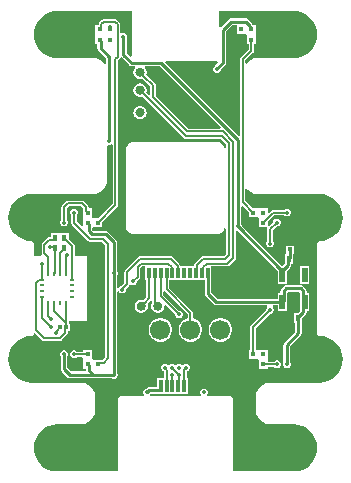
<source format=gbr>
G04*
G04 #@! TF.GenerationSoftware,Altium Limited,Altium Designer,24.1.2 (44)*
G04*
G04 Layer_Physical_Order=1*
G04 Layer_Color=255*
%FSLAX25Y25*%
%MOIN*%
G70*
G04*
G04 #@! TF.SameCoordinates,EC497B79-CED4-4E58-A43C-F9202C23BEB1*
G04*
G04*
G04 #@! TF.FilePolarity,Positive*
G04*
G01*
G75*
%ADD15R,0.02362X0.03937*%
%ADD16R,0.01181X0.03937*%
%ADD17R,0.01181X0.03543*%
%ADD18R,0.01929X0.04626*%
%ADD19R,0.01929X0.04555*%
%ADD20R,0.01575X0.02126*%
%ADD21R,0.00984X0.01772*%
%ADD22R,0.01772X0.00984*%
%ADD23R,0.02362X0.04724*%
%ADD24R,0.01772X0.01772*%
%ADD41R,0.01451X0.01276*%
%ADD42C,0.00591*%
%ADD43C,0.00984*%
%ADD44O,0.04724X0.09449*%
%ADD45O,0.04724X0.07874*%
%ADD46C,0.06693*%
%ADD47R,0.06693X0.06693*%
%ADD48C,0.11811*%
%ADD49C,0.01378*%
G36*
X11811Y157465D02*
X36599D01*
Y142387D01*
X36137Y142196D01*
X34962Y143371D01*
Y148140D01*
X35138Y148564D01*
Y149073D01*
X34943Y149544D01*
X34583Y149904D01*
X34113Y150098D01*
X33604D01*
X33293Y149970D01*
X32793Y150216D01*
Y153150D01*
X32724Y153495D01*
X32528Y153788D01*
X31756Y154561D01*
X31463Y154757D01*
X31117Y154825D01*
X27327D01*
X26981Y154757D01*
X26688Y154561D01*
X25838Y153711D01*
X25642Y153418D01*
X25574Y153072D01*
Y152756D01*
X24410D01*
Y149803D01*
X24410D01*
Y149410D01*
X24410D01*
Y146457D01*
X25176D01*
Y144980D01*
X25260Y144558D01*
X25499Y144200D01*
X28030Y141669D01*
Y139845D01*
X27530Y139676D01*
X26992Y140377D01*
X26005Y141135D01*
X24855Y141611D01*
X23622Y141773D01*
Y141748D01*
X11811D01*
X11800Y141745D01*
X10277Y141895D01*
X8802Y142343D01*
X7443Y143069D01*
X6252Y144047D01*
X5274Y145238D01*
X4548Y146598D01*
X4100Y148073D01*
X3949Y149606D01*
X4100Y151140D01*
X4548Y152615D01*
X5274Y153974D01*
X6252Y155166D01*
X7443Y156143D01*
X8802Y156870D01*
X10277Y157317D01*
X11800Y157467D01*
X11811Y157465D01*
D02*
G37*
G36*
X92085Y157317D02*
X93560Y156870D01*
X94919Y156143D01*
X96110Y155166D01*
X97088Y153974D01*
X97815Y152615D01*
X98262Y151140D01*
X98413Y149606D01*
X98262Y148073D01*
X97815Y146598D01*
X97088Y145238D01*
X96110Y144047D01*
X94919Y143069D01*
X93560Y142343D01*
X92085Y141895D01*
X90562Y141745D01*
X90551Y141748D01*
X78740D01*
Y141773D01*
X77507Y141611D01*
X76358Y141135D01*
X75371Y140377D01*
X75025Y139927D01*
X74525Y140097D01*
Y140964D01*
X77115Y143554D01*
X77311Y143847D01*
X77379Y144193D01*
X77379Y144193D01*
Y146457D01*
X77952D01*
Y149303D01*
X77953Y149410D01*
Y149803D01*
X77952Y149910D01*
Y152756D01*
X77135D01*
X77102Y152918D01*
X76863Y153276D01*
X75422Y154718D01*
X75064Y154957D01*
X74641Y155041D01*
X69685D01*
X69263Y154957D01*
X68905Y154718D01*
X66264Y152076D01*
X65810Y152224D01*
X65763Y152260D01*
Y157465D01*
X90551D01*
X90562Y157467D01*
X92085Y157317D01*
D02*
G37*
G36*
X71654Y152755D02*
Y149802D01*
X74500D01*
X74802Y149646D01*
X74842Y149606D01*
X75000Y149303D01*
Y146457D01*
X75573D01*
Y144567D01*
X72983Y141977D01*
X72788Y141684D01*
X72719Y141339D01*
Y116110D01*
X72257Y115918D01*
X47708Y140468D01*
X47899Y140929D01*
X64961D01*
X65459Y140566D01*
X65462Y140558D01*
X65490Y140386D01*
X64478Y139374D01*
X64236Y139274D01*
X63876Y138914D01*
X63681Y138444D01*
Y137935D01*
X63876Y137464D01*
X64236Y137104D01*
X64706Y136909D01*
X65215D01*
X65685Y137104D01*
X66045Y137464D01*
X66240Y137935D01*
Y138014D01*
X67710Y139483D01*
X67949Y139842D01*
X68033Y140264D01*
Y150724D01*
X70142Y152833D01*
X71186D01*
X71654Y152755D01*
D02*
G37*
G36*
X35834Y139377D02*
X36192Y139138D01*
X36614Y139054D01*
X37602D01*
X37785Y138554D01*
X37695Y138464D01*
X37670Y138403D01*
X37615Y138367D01*
X37443Y138109D01*
X37430Y138045D01*
X37384Y137998D01*
X37265Y137712D01*
Y137646D01*
X37229Y137592D01*
X37168Y137288D01*
X37181Y137223D01*
X37156Y137163D01*
X37156Y137008D01*
X37156Y137008D01*
X37156Y137008D01*
Y136853D01*
X37181Y136792D01*
X37168Y136728D01*
X37229Y136424D01*
X37265Y136369D01*
Y136304D01*
X37384Y136017D01*
X37430Y135971D01*
X37443Y135907D01*
X37615Y135649D01*
X37670Y135612D01*
X37695Y135552D01*
X37914Y135333D01*
X37975Y135308D01*
X38011Y135253D01*
X38269Y135081D01*
X38333Y135068D01*
X38379Y135022D01*
X38666Y134903D01*
X38732D01*
X38786Y134867D01*
X39090Y134806D01*
X39154Y134819D01*
X39215Y134794D01*
X39525D01*
X39586Y134819D01*
X39650Y134806D01*
X39954Y134867D01*
X40009Y134903D01*
X40074D01*
X40161Y134939D01*
X42798Y132303D01*
Y129605D01*
X42336Y129414D01*
X41439Y130311D01*
X41475Y130398D01*
Y130464D01*
X41511Y130518D01*
X41572Y130823D01*
X41559Y130887D01*
X41584Y130947D01*
Y131257D01*
X41559Y131318D01*
X41572Y131382D01*
X41511Y131686D01*
X41475Y131741D01*
Y131806D01*
X41356Y132093D01*
X41310Y132139D01*
X41297Y132203D01*
X41125Y132461D01*
X41070Y132498D01*
X41045Y132558D01*
X40826Y132778D01*
X40765Y132803D01*
X40729Y132857D01*
X40471Y133029D01*
X40407Y133042D01*
X40361Y133089D01*
X40074Y133207D01*
X40009D01*
X39954Y133244D01*
X39650Y133304D01*
X39586Y133291D01*
X39525Y133316D01*
X39370Y133316D01*
X39370Y133316D01*
X39370Y133316D01*
X39215D01*
X39154Y133291D01*
X39090Y133304D01*
X38786Y133244D01*
X38732Y133207D01*
X38666D01*
X38379Y133089D01*
X38333Y133042D01*
X38269Y133029D01*
X38011Y132857D01*
X37975Y132803D01*
X37914Y132778D01*
X37695Y132558D01*
X37670Y132498D01*
X37615Y132461D01*
X37443Y132203D01*
X37430Y132139D01*
X37384Y132093D01*
X37265Y131806D01*
Y131741D01*
X37229Y131686D01*
X37168Y131382D01*
X37181Y131318D01*
X37156Y131257D01*
X37156Y131102D01*
X37156Y131102D01*
X37156Y131102D01*
Y130947D01*
X37181Y130887D01*
X37168Y130823D01*
X37229Y130518D01*
X37265Y130464D01*
Y130398D01*
X37384Y130112D01*
X37430Y130066D01*
X37443Y130001D01*
X37615Y129743D01*
X37670Y129707D01*
X37695Y129647D01*
X37914Y129427D01*
X37975Y129402D01*
X38011Y129348D01*
X38269Y129175D01*
X38333Y129163D01*
X38379Y129116D01*
X38666Y128998D01*
X38732D01*
X38786Y128961D01*
X39090Y128901D01*
X39154Y128913D01*
X39215Y128888D01*
X39525D01*
X39586Y128913D01*
X39650Y128901D01*
X39954Y128961D01*
X40009Y128998D01*
X40074D01*
X40161Y129034D01*
X54086Y115109D01*
X54086Y115109D01*
X54379Y114914D01*
X54724Y114845D01*
X66161D01*
X67994Y113012D01*
Y111917D01*
X67520Y111857D01*
X67220Y112580D01*
X67130Y112670D01*
X67081Y112787D01*
X66528Y113341D01*
X66410Y113390D01*
X66320Y113480D01*
X65597Y113779D01*
X65470D01*
X65352Y113828D01*
X37010D01*
X36893Y113779D01*
X36765D01*
X36042Y113480D01*
X35952Y113390D01*
X35835Y113341D01*
X35281Y112787D01*
X35232Y112670D01*
X35142Y112580D01*
X34843Y111857D01*
Y111730D01*
X34794Y111612D01*
Y111221D01*
Y85630D01*
Y85238D01*
X34843Y85121D01*
Y84994D01*
X35142Y84270D01*
X35232Y84180D01*
X35281Y84063D01*
X35835Y83509D01*
X35952Y83460D01*
X36042Y83371D01*
X36765Y83071D01*
X36893D01*
X37010Y83022D01*
X65352D01*
X65470Y83071D01*
X65597D01*
X66320Y83371D01*
X66410Y83460D01*
X66528Y83509D01*
X67081Y84063D01*
X67130Y84180D01*
X67220Y84270D01*
X67520Y84994D01*
X67994Y84933D01*
Y76358D01*
X67342Y75706D01*
X60236D01*
X60236Y75706D01*
X59891Y75638D01*
X59598Y75442D01*
X57728Y73572D01*
X57532Y73279D01*
X57463Y72933D01*
Y72441D01*
X52773D01*
Y72540D01*
X52704Y72885D01*
X52508Y73178D01*
X52508Y73178D01*
X50245Y75442D01*
X49952Y75638D01*
X49606Y75706D01*
X39370D01*
X39024Y75638D01*
X38731Y75442D01*
X34401Y71111D01*
X34205Y70818D01*
X34136Y70472D01*
Y66729D01*
X33254Y65847D01*
X33210D01*
X32740Y65652D01*
X32380Y65292D01*
X32313Y65129D01*
X31813Y65229D01*
Y69400D01*
X31988Y69824D01*
Y70333D01*
X31813Y70757D01*
Y80315D01*
X31729Y80737D01*
X31489Y81095D01*
X28733Y83851D01*
X28375Y84091D01*
X27953Y84175D01*
X23848D01*
X23447Y84576D01*
Y85125D01*
X23819Y85434D01*
X23947Y85434D01*
X26771D01*
Y87110D01*
X31741Y92079D01*
X31937Y92372D01*
X32006Y92718D01*
X32006Y92718D01*
Y140964D01*
X32528Y141487D01*
X32724Y141780D01*
X33266Y141944D01*
X35834Y139377D01*
D02*
G37*
G36*
X66365Y118688D02*
X66174Y118226D01*
X55492D01*
X44604Y129114D01*
Y132677D01*
X44535Y133023D01*
X44339Y133316D01*
X41439Y136216D01*
X41475Y136304D01*
Y136369D01*
X41511Y136424D01*
X41572Y136728D01*
X41559Y136792D01*
X41584Y136853D01*
Y137163D01*
X41559Y137223D01*
X41572Y137288D01*
X41511Y137592D01*
X41475Y137646D01*
Y137712D01*
X41356Y137998D01*
X41310Y138045D01*
X41297Y138109D01*
X41125Y138367D01*
X41070Y138403D01*
X41045Y138464D01*
X40955Y138554D01*
X41138Y139054D01*
X46000D01*
X66365Y118688D01*
D02*
G37*
G36*
X30199Y112776D02*
Y93092D01*
X25494Y88387D01*
X23925D01*
X23819Y88387D01*
X23779Y88387D01*
X23583Y88583D01*
X23426Y88886D01*
Y91732D01*
X22620D01*
X22262Y92027D01*
X22193Y92373D01*
X21997Y92666D01*
X21997Y92666D01*
X20717Y93946D01*
X20424Y94142D01*
X20079Y94210D01*
X15354D01*
X15009Y94142D01*
X14716Y93946D01*
X13436Y92666D01*
X13241Y92373D01*
X13172Y92028D01*
Y87817D01*
X12990Y87635D01*
X12796Y87165D01*
Y86656D01*
X12990Y86186D01*
X13350Y85826D01*
X13821Y85631D01*
X14330D01*
X14800Y85826D01*
X15160Y86186D01*
X15355Y86656D01*
Y87165D01*
X15160Y87635D01*
X14978Y87817D01*
Y91654D01*
X15728Y92404D01*
X19705D01*
X20455Y91653D01*
Y90846D01*
X20473Y90759D01*
Y88886D01*
X20473Y88779D01*
Y88386D01*
X20473Y88279D01*
Y85842D01*
X19973Y85635D01*
X18325Y87283D01*
Y89350D01*
X18506Y89531D01*
X18701Y90001D01*
Y90510D01*
X18506Y90980D01*
X18146Y91340D01*
X17675Y91535D01*
X17166D01*
X16696Y91340D01*
X16336Y90980D01*
X16141Y90510D01*
Y90001D01*
X16336Y89531D01*
X16518Y89349D01*
Y86909D01*
X16587Y86564D01*
X16783Y86271D01*
X22196Y80857D01*
X22489Y80662D01*
X22835Y80593D01*
X26791D01*
X27837Y79547D01*
Y42106D01*
X26891Y41160D01*
X25886D01*
X25798Y41143D01*
X23925D01*
X23623Y41299D01*
X23583Y41339D01*
X23426Y41642D01*
Y44488D01*
X20473D01*
Y43914D01*
X18327D01*
X18146Y44095D01*
X17675Y44290D01*
X17166D01*
X16696Y44095D01*
X16336Y43735D01*
X16141Y43265D01*
Y42756D01*
X16336Y42286D01*
X16696Y41926D01*
X17166Y41731D01*
X17675D01*
X18146Y41926D01*
X18327Y42107D01*
X20119D01*
X20443Y41783D01*
X20473Y41607D01*
X20473Y41142D01*
X20473Y41035D01*
Y38189D01*
X21239D01*
Y37662D01*
X20962Y37324D01*
X16367D01*
X15179Y38513D01*
Y42333D01*
X15355Y42757D01*
Y43266D01*
X15160Y43736D01*
X14800Y44096D01*
X14330Y44291D01*
X13821D01*
X13350Y44096D01*
X12990Y43736D01*
X12796Y43266D01*
Y42757D01*
X12971Y42333D01*
Y38056D01*
X13055Y37633D01*
X13295Y37275D01*
X15130Y35440D01*
X15488Y35201D01*
X15910Y35117D01*
X30030D01*
X30454Y34941D01*
X30963D01*
X31433Y35136D01*
X31793Y35496D01*
X31988Y35966D01*
Y36475D01*
X31813Y36899D01*
Y63905D01*
X32313Y64005D01*
X32380Y63842D01*
X32740Y63482D01*
X33210Y63287D01*
X33719D01*
X34189Y63482D01*
X34549Y63842D01*
X34744Y64312D01*
Y64782D01*
X35678Y65716D01*
X35846Y65968D01*
X35932Y66028D01*
X36418Y66182D01*
X36753Y66043D01*
X37262D01*
X37733Y66238D01*
X38093Y66598D01*
X38287Y67068D01*
Y67325D01*
X39221Y68259D01*
X39417Y68552D01*
X39486Y68898D01*
X39486Y68898D01*
Y71673D01*
X40138Y72325D01*
X41142D01*
Y67716D01*
X41420D01*
Y61989D01*
X40555Y61124D01*
X40468Y61160D01*
X40402D01*
X40348Y61196D01*
X40044Y61257D01*
X39979Y61244D01*
X39919Y61269D01*
X39764Y61269D01*
X39764Y61269D01*
X39764Y61269D01*
X39609D01*
X39548Y61244D01*
X39484Y61257D01*
X39180Y61196D01*
X39125Y61160D01*
X39060D01*
X38773Y61041D01*
X38727Y60995D01*
X38663Y60982D01*
X38405Y60810D01*
X38368Y60755D01*
X38308Y60730D01*
X38089Y60511D01*
X38063Y60451D01*
X38009Y60414D01*
X37837Y60156D01*
X37824Y60092D01*
X37778Y60046D01*
X37659Y59759D01*
Y59694D01*
X37623Y59639D01*
X37562Y59335D01*
X37575Y59271D01*
X37550Y59210D01*
X37550Y59055D01*
X37550Y59055D01*
X37550Y59055D01*
Y58900D01*
X37575Y58839D01*
X37562Y58775D01*
X37623Y58471D01*
X37659Y58417D01*
Y58351D01*
X37778Y58065D01*
X37824Y58018D01*
X37837Y57954D01*
X38009Y57696D01*
X38063Y57660D01*
X38089Y57599D01*
X38308Y57380D01*
X38368Y57355D01*
X38405Y57300D01*
X38663Y57128D01*
X38727Y57115D01*
X38773Y57069D01*
X39060Y56950D01*
X39125D01*
X39180Y56914D01*
X39484Y56853D01*
X39548Y56866D01*
X39609Y56841D01*
X39919D01*
X39979Y56866D01*
X40044Y56853D01*
X40348Y56914D01*
X40402Y56950D01*
X40468D01*
X40754Y57069D01*
X40801Y57115D01*
X40865Y57128D01*
X41123Y57300D01*
X41159Y57355D01*
X41220Y57380D01*
X41439Y57599D01*
X41464Y57660D01*
X41519Y57696D01*
X41691Y57954D01*
X41704Y58018D01*
X41750Y58065D01*
X41869Y58351D01*
Y58417D01*
X41905Y58471D01*
X41965Y58775D01*
X41953Y58839D01*
X41978Y58900D01*
Y59210D01*
X41953Y59271D01*
X41965Y59335D01*
X41905Y59639D01*
X41869Y59694D01*
Y59759D01*
X41832Y59847D01*
X42888Y60902D01*
X43181Y60841D01*
X43388Y60714D01*
Y60215D01*
X43349Y60156D01*
X43336Y60092D01*
X43290Y60046D01*
X43171Y59759D01*
Y59694D01*
X43134Y59639D01*
X43074Y59335D01*
X43087Y59271D01*
X43062Y59210D01*
X43062Y59055D01*
X43062Y59055D01*
X43062Y59055D01*
Y58900D01*
X43087Y58839D01*
X43074Y58775D01*
X43134Y58471D01*
X43171Y58417D01*
Y58351D01*
X43290Y58065D01*
X43336Y58018D01*
X43349Y57954D01*
X43521Y57696D01*
X43575Y57660D01*
X43600Y57599D01*
X43820Y57380D01*
X43880Y57355D01*
X43917Y57300D01*
X44175Y57128D01*
X44239Y57115D01*
X44285Y57069D01*
X44572Y56950D01*
X44637D01*
X44692Y56914D01*
X44996Y56853D01*
X45060Y56866D01*
X45120Y56841D01*
X45431D01*
X45491Y56866D01*
X45555Y56853D01*
X45860Y56914D01*
X45914Y56950D01*
X45980D01*
X46266Y57069D01*
X46312Y57115D01*
X46377Y57128D01*
X46635Y57300D01*
X46671Y57355D01*
X46731Y57380D01*
X46951Y57599D01*
X46976Y57660D01*
X47030Y57696D01*
X47203Y57954D01*
X47215Y58018D01*
X47262Y58065D01*
X47380Y58351D01*
Y58417D01*
X47417Y58471D01*
X47477Y58775D01*
X47465Y58839D01*
X47490Y58900D01*
Y59187D01*
X47553Y59246D01*
X47821Y59394D01*
X47965Y59419D01*
X51083Y56301D01*
Y56045D01*
X51278Y55574D01*
X51637Y55215D01*
X52108Y55020D01*
X52617D01*
X53087Y55215D01*
X53447Y55574D01*
X53642Y56045D01*
Y56554D01*
X53447Y57024D01*
X53087Y57384D01*
X52617Y57579D01*
X52360D01*
X47163Y62775D01*
Y63863D01*
X47370Y63990D01*
X47663Y64052D01*
X55278Y56437D01*
Y55015D01*
X54662Y54850D01*
X53764Y54331D01*
X53031Y53598D01*
X52512Y52701D01*
X52244Y51699D01*
Y50663D01*
X52512Y49661D01*
X53031Y48764D01*
X53764Y48031D01*
X54662Y47512D01*
X55663Y47244D01*
X56699D01*
X57701Y47512D01*
X58599Y48031D01*
X59332Y48764D01*
X59850Y49661D01*
X60118Y50663D01*
Y51699D01*
X59850Y52701D01*
X59332Y53598D01*
X58599Y54331D01*
X57701Y54850D01*
X57084Y55015D01*
Y56811D01*
X57016Y57157D01*
X56820Y57450D01*
X49131Y65138D01*
Y67716D01*
X60904D01*
Y63189D01*
X60988Y62766D01*
X61228Y62408D01*
X63998Y59638D01*
X64356Y59399D01*
X64778Y59315D01*
X81605D01*
X81808Y58815D01*
X81592Y58599D01*
X81398Y58128D01*
Y57872D01*
X76429Y52903D01*
X76233Y52610D01*
X76164Y52264D01*
Y44487D01*
X75591D01*
Y41534D01*
X78437D01*
X78544Y41534D01*
X78583Y41534D01*
X78779Y41338D01*
X78937Y41035D01*
Y38189D01*
X81890D01*
Y38763D01*
X84035D01*
X84216Y38582D01*
X84687Y38387D01*
X85196D01*
X85666Y38582D01*
X86026Y38942D01*
X86221Y39412D01*
Y39921D01*
X86026Y40391D01*
X85666Y40751D01*
X85196Y40946D01*
X84687D01*
X84216Y40751D01*
X84035Y40570D01*
X82243D01*
X81919Y40894D01*
X81890Y41070D01*
X81890Y41535D01*
X81890Y41642D01*
Y44488D01*
X79043D01*
X78937Y44488D01*
X78470Y44487D01*
X78297Y44513D01*
X77970Y44840D01*
Y51890D01*
X82675Y56595D01*
X82932D01*
X83402Y56789D01*
X83762Y57149D01*
X83957Y57620D01*
Y58128D01*
X83762Y58599D01*
X83546Y58815D01*
X83750Y59315D01*
X85256D01*
Y57551D01*
X88366D01*
Y60785D01*
X88388Y60891D01*
Y63598D01*
X88646Y63857D01*
X92456D01*
X92715Y63598D01*
Y60891D01*
X92736Y60785D01*
Y60053D01*
X92715Y59946D01*
Y57544D01*
X91943Y56772D01*
X90748D01*
Y53465D01*
X91022D01*
Y50457D01*
X87507Y46942D01*
X87267Y46584D01*
X87183Y46161D01*
Y40344D01*
X87008Y39920D01*
Y39411D01*
X87202Y38941D01*
X87562Y38581D01*
X88033Y38386D01*
X88542D01*
X89012Y38581D01*
X89372Y38941D01*
X89567Y39411D01*
Y39920D01*
X89391Y40344D01*
Y45704D01*
X92906Y49219D01*
X93146Y49578D01*
X93230Y50000D01*
Y53465D01*
X93504D01*
Y55211D01*
X94599Y56306D01*
X94839Y56664D01*
X94923Y57086D01*
Y57551D01*
X95846D01*
Y63287D01*
X94923D01*
Y64055D01*
X94839Y64478D01*
X94599Y64836D01*
X93694Y65741D01*
X93336Y65980D01*
X92913Y66065D01*
X88189D01*
X87766Y65980D01*
X87408Y65741D01*
X86503Y64836D01*
X86264Y64478D01*
X86180Y64055D01*
Y63287D01*
X85256D01*
Y61523D01*
X65236D01*
X63112Y63646D01*
Y67716D01*
X63189D01*
Y72325D01*
X68504D01*
X68850Y72394D01*
X69143Y72590D01*
X71111Y74558D01*
X71307Y74851D01*
X71376Y75197D01*
Y84018D01*
X71876Y84225D01*
X85256Y70845D01*
Y66599D01*
X88366D01*
Y70845D01*
X89462Y71940D01*
X89701Y72299D01*
X89785Y72721D01*
Y73150D01*
X90354D01*
Y76457D01*
X90743Y76724D01*
X90787D01*
Y79181D01*
X88155D01*
Y77914D01*
X88134Y77807D01*
Y76457D01*
X87598D01*
Y74615D01*
X87577Y74508D01*
Y73178D01*
X86811Y72412D01*
X73327Y85897D01*
Y86081D01*
X73151Y86505D01*
Y92240D01*
X73613Y92431D01*
X75591Y90454D01*
Y88778D01*
X78437D01*
X78544Y88778D01*
X78583Y88778D01*
X78779Y88583D01*
X78937Y88279D01*
Y85433D01*
X81537D01*
X81798Y85055D01*
X81831Y84933D01*
X81774Y84646D01*
Y80828D01*
X81592Y80646D01*
X81398Y80176D01*
Y79667D01*
X81592Y79197D01*
X81952Y78837D01*
X82423Y78642D01*
X82932D01*
X83402Y78837D01*
X83762Y79197D01*
X83957Y79667D01*
Y80176D01*
X83762Y80646D01*
X83580Y80828D01*
Y84272D01*
X84939Y85630D01*
X85196D01*
X85666Y85825D01*
X86026Y86185D01*
X86221Y86655D01*
Y87164D01*
X86026Y87634D01*
X85666Y87994D01*
X85196Y88189D01*
X84687D01*
X84216Y87994D01*
X83856Y87634D01*
X83662Y87164D01*
Y86907D01*
X82390Y85635D01*
X81890Y85842D01*
Y87109D01*
X84132Y89351D01*
X87381D01*
X87562Y89170D01*
X88033Y88975D01*
X88542D01*
X89012Y89170D01*
X89372Y89530D01*
X89567Y90000D01*
Y90509D01*
X89372Y90979D01*
X89012Y91339D01*
X88542Y91534D01*
X88033D01*
X87562Y91339D01*
X87381Y91158D01*
X83758D01*
X83412Y91089D01*
X83119Y90893D01*
X83119Y90893D01*
X82351Y90125D01*
X81890Y90317D01*
Y91732D01*
X79043D01*
X78937Y91732D01*
X78438Y91731D01*
X76868D01*
X74525Y94074D01*
Y98088D01*
X75025Y98257D01*
X75371Y97807D01*
X76358Y97050D01*
X77507Y96574D01*
X78740Y96412D01*
Y96437D01*
X99182D01*
X99194Y96425D01*
Y96425D01*
X99194Y96425D01*
X100549Y96291D01*
X102024Y95844D01*
X103384Y95117D01*
X104575Y94140D01*
X105553Y92948D01*
X106279Y91589D01*
X106727Y90114D01*
X106878Y88580D01*
X106727Y87047D01*
X106279Y85572D01*
X105553Y84213D01*
X104575Y83021D01*
X103384Y82043D01*
X102024Y81317D01*
X100549Y80870D01*
X99194Y80736D01*
X99194Y80721D01*
X98905Y80663D01*
X98645Y80489D01*
X98471Y80229D01*
X98410Y79921D01*
Y50000D01*
X98410Y49999D01*
X98410Y49998D01*
X98471Y49690D01*
X98645Y49430D01*
X98905Y49256D01*
X99194Y49199D01*
X99194Y49183D01*
X100549Y49049D01*
X102024Y48602D01*
X103384Y47875D01*
X104575Y46898D01*
X105553Y45706D01*
X106279Y44347D01*
X106727Y42872D01*
X106878Y41339D01*
X106727Y39805D01*
X106279Y38330D01*
X105553Y36971D01*
X104575Y35779D01*
X103384Y34802D01*
X102024Y34075D01*
X100549Y33628D01*
X99194Y33494D01*
X99194Y33494D01*
Y33494D01*
X99182Y33482D01*
X82677D01*
Y33508D01*
X81444Y33345D01*
X80295Y32869D01*
X79308Y32112D01*
X78550Y31125D01*
X78074Y29976D01*
X77912Y28742D01*
X77937D01*
Y24409D01*
X77912D01*
X78074Y23176D01*
X78550Y22027D01*
X79308Y21040D01*
X80295Y20283D01*
X81444Y19807D01*
X82677Y19644D01*
Y19670D01*
X90551D01*
X90562Y19672D01*
X92085Y19522D01*
X93560Y19074D01*
X94919Y18348D01*
X96110Y17370D01*
X97088Y16179D01*
X97815Y14820D01*
X98262Y13345D01*
X98413Y11811D01*
X98262Y10277D01*
X97815Y8802D01*
X97088Y7443D01*
X96110Y6252D01*
X94919Y5274D01*
X93560Y4548D01*
X92085Y4100D01*
X90562Y3950D01*
X90551Y3952D01*
X70320D01*
Y28366D01*
X70133Y28818D01*
X69681Y29005D01*
X61896D01*
X61689Y29505D01*
X61754Y29570D01*
X61949Y30041D01*
Y30550D01*
X61754Y31020D01*
X61394Y31380D01*
X60924Y31575D01*
X60415D01*
X59945Y31380D01*
X59585Y31020D01*
X59390Y30550D01*
Y30041D01*
X59585Y29570D01*
X59650Y29505D01*
X59443Y29005D01*
X42919D01*
X42713Y29504D01*
X42716Y29509D01*
X42777Y29570D01*
X42814Y29660D01*
X42971Y29900D01*
X46162D01*
X46268Y29921D01*
X55315D01*
Y35039D01*
X55037D01*
Y37327D01*
X55449Y37498D01*
X55809Y37858D01*
X56004Y38328D01*
Y38837D01*
X55809Y39307D01*
X55449Y39667D01*
X54979Y39862D01*
X54470D01*
X54000Y39667D01*
X53870Y39538D01*
X53543Y39360D01*
X53217Y39538D01*
X53087Y39667D01*
X52617Y39862D01*
X52108D01*
X51637Y39667D01*
X51508Y39538D01*
X51181Y39360D01*
X50854Y39538D01*
X50725Y39667D01*
X50254Y39862D01*
X49746D01*
X49275Y39667D01*
X49145Y39538D01*
X48819Y39360D01*
X48492Y39538D01*
X48363Y39667D01*
X47892Y39862D01*
X47383D01*
X46913Y39667D01*
X46553Y39307D01*
X46358Y38837D01*
Y38328D01*
X46553Y37858D01*
X46913Y37498D01*
X47325Y37327D01*
Y35039D01*
X45079D01*
Y32108D01*
X42508D01*
X42085Y32024D01*
X41727Y31784D01*
X41517Y31575D01*
X41438D01*
X40968Y31380D01*
X40608Y31020D01*
X40413Y30550D01*
Y30041D01*
X40608Y29570D01*
X40673Y29505D01*
X40466Y29005D01*
X32681D01*
X32229Y28818D01*
X32042Y28366D01*
Y3952D01*
X11811D01*
X11800Y3950D01*
X10277Y4100D01*
X8802Y4548D01*
X7443Y5274D01*
X6252Y6252D01*
X5274Y7443D01*
X4548Y8802D01*
X4100Y10277D01*
X3949Y11811D01*
X4100Y13345D01*
X4548Y14820D01*
X5274Y16179D01*
X6252Y17370D01*
X7443Y18348D01*
X8802Y19074D01*
X10277Y19522D01*
X11793Y19671D01*
X11811Y19667D01*
X19685D01*
Y19642D01*
X20918Y19804D01*
X22068Y20280D01*
X23054Y21038D01*
X23812Y22025D01*
X24288Y23174D01*
X24450Y24407D01*
X24425D01*
Y28740D01*
X24450D01*
X24288Y29974D01*
X23812Y31123D01*
X23054Y32110D01*
X22068Y32867D01*
X20918Y33343D01*
X19685Y33505D01*
Y33480D01*
X3668D01*
X3168Y33499D01*
Y33499D01*
X3168Y33499D01*
X1813Y33632D01*
X338Y34080D01*
X-1021Y34806D01*
X-2213Y35784D01*
X-3190Y36975D01*
X-3917Y38334D01*
X-4364Y39809D01*
X-4515Y41343D01*
X-4364Y42877D01*
X-3917Y44352D01*
X-3190Y45711D01*
X-2213Y46902D01*
X-1021Y47880D01*
X338Y48607D01*
X1813Y49054D01*
X3168Y49187D01*
X3168Y49201D01*
X3457Y49258D01*
X3717Y49432D01*
X3891Y49693D01*
X3947Y49974D01*
X4025Y50026D01*
X4453Y50176D01*
X6842Y47787D01*
X7135Y47591D01*
X7480Y47522D01*
X12598D01*
X12944Y47591D01*
X13237Y47787D01*
X15068Y49618D01*
X15264Y49911D01*
X15333Y50256D01*
Y50740D01*
X16175D01*
Y53197D01*
X15715D01*
Y54134D01*
X21654D01*
Y75787D01*
X17687D01*
Y79004D01*
X17687Y79004D01*
X17618Y79349D01*
X17422Y79642D01*
X15551Y81514D01*
Y83543D01*
X12795D01*
Y83543D01*
X12402D01*
Y83543D01*
X9646D01*
Y82025D01*
X9075D01*
X9075Y82025D01*
X8729Y81956D01*
X8436Y81761D01*
X8436Y81761D01*
X6842Y80166D01*
X6646Y79873D01*
X6577Y79528D01*
Y76772D01*
X6646Y76426D01*
X6739Y76287D01*
X6527Y75787D01*
X3952D01*
Y79921D01*
X3952Y79923D01*
X3952Y79926D01*
X3891Y80233D01*
X3717Y80493D01*
X3457Y80667D01*
X3168Y80725D01*
X3168Y80741D01*
X1813Y80874D01*
X338Y81322D01*
X-1021Y82048D01*
X-2213Y83026D01*
X-3190Y84217D01*
X-3917Y85576D01*
X-4364Y87051D01*
X-4515Y88585D01*
X-4364Y90119D01*
X-3917Y91593D01*
X-3190Y92953D01*
X-2213Y94144D01*
X-1021Y95122D01*
X338Y95848D01*
X1813Y96296D01*
X3168Y96429D01*
X3168Y96429D01*
Y96429D01*
X3176Y96437D01*
X23622D01*
Y96412D01*
X24855Y96574D01*
X26005Y97050D01*
X26992Y97807D01*
X27749Y98794D01*
X28225Y99943D01*
X28387Y101177D01*
X28362D01*
Y112567D01*
X28862Y112901D01*
X28879Y112894D01*
X29388D01*
X29699Y113022D01*
X30199Y112776D01*
D02*
G37*
%LPC*%
G36*
X39370Y125836D02*
X39370Y125836D01*
X39370Y125836D01*
X39215D01*
X39154Y125811D01*
X39090Y125824D01*
X38786Y125763D01*
X38732Y125727D01*
X38666D01*
X38379Y125608D01*
X38333Y125562D01*
X38269Y125549D01*
X38011Y125377D01*
X37975Y125322D01*
X37914Y125297D01*
X37695Y125078D01*
X37670Y125017D01*
X37615Y124981D01*
X37443Y124723D01*
X37430Y124659D01*
X37384Y124613D01*
X37265Y124326D01*
Y124260D01*
X37229Y124206D01*
X37168Y123902D01*
X37181Y123838D01*
X37156Y123777D01*
X37156Y123622D01*
X37156Y123622D01*
X37156Y123622D01*
Y123467D01*
X37181Y123407D01*
X37168Y123342D01*
X37229Y123038D01*
X37265Y122984D01*
Y122918D01*
X37384Y122632D01*
X37430Y122585D01*
X37443Y122521D01*
X37615Y122263D01*
X37670Y122227D01*
X37695Y122166D01*
X37914Y121947D01*
X37975Y121922D01*
X38011Y121867D01*
X38269Y121695D01*
X38333Y121682D01*
X38379Y121636D01*
X38666Y121517D01*
X38732D01*
X38786Y121481D01*
X39090Y121420D01*
X39154Y121433D01*
X39215Y121408D01*
X39525D01*
X39586Y121433D01*
X39650Y121420D01*
X39954Y121481D01*
X40009Y121517D01*
X40074D01*
X40361Y121636D01*
X40407Y121682D01*
X40471Y121695D01*
X40729Y121867D01*
X40765Y121922D01*
X40826Y121947D01*
X41045Y122166D01*
X41070Y122227D01*
X41125Y122263D01*
X41297Y122521D01*
X41310Y122585D01*
X41356Y122632D01*
X41475Y122918D01*
Y122984D01*
X41511Y123038D01*
X41572Y123342D01*
X41559Y123407D01*
X41584Y123467D01*
Y123777D01*
X41559Y123838D01*
X41572Y123902D01*
X41511Y124206D01*
X41475Y124260D01*
Y124326D01*
X41356Y124613D01*
X41310Y124659D01*
X41297Y124723D01*
X41125Y124981D01*
X41070Y125017D01*
X41045Y125078D01*
X40826Y125297D01*
X40765Y125322D01*
X40729Y125377D01*
X40471Y125549D01*
X40407Y125562D01*
X40361Y125608D01*
X40074Y125727D01*
X40009D01*
X39954Y125763D01*
X39650Y125824D01*
X39586Y125811D01*
X39525Y125836D01*
X39370Y125836D01*
D02*
G37*
G36*
X95846Y72406D02*
X92736D01*
Y66599D01*
X95846D01*
Y72406D01*
D02*
G37*
G36*
X66699Y55118D02*
X65663D01*
X64662Y54850D01*
X63764Y54331D01*
X63031Y53598D01*
X62512Y52701D01*
X62244Y51699D01*
Y50663D01*
X62512Y49661D01*
X63031Y48764D01*
X63764Y48031D01*
X64662Y47512D01*
X65663Y47244D01*
X66699D01*
X67701Y47512D01*
X68599Y48031D01*
X69332Y48764D01*
X69850Y49661D01*
X70118Y50663D01*
Y51699D01*
X69850Y52701D01*
X69332Y53598D01*
X68599Y54331D01*
X67701Y54850D01*
X66699Y55118D01*
D02*
G37*
G36*
X46699D02*
X45663D01*
X44662Y54850D01*
X43764Y54331D01*
X43031Y53598D01*
X42512Y52701D01*
X42244Y51699D01*
Y50663D01*
X42512Y49661D01*
X43031Y48764D01*
X43764Y48031D01*
X44662Y47512D01*
X45663Y47244D01*
X46699D01*
X47701Y47512D01*
X48599Y48031D01*
X49332Y48764D01*
X49850Y49661D01*
X50118Y50663D01*
Y51699D01*
X49850Y52701D01*
X49332Y53598D01*
X48599Y54331D01*
X47701Y54850D01*
X46699Y55118D01*
D02*
G37*
%LPD*%
G36*
G01X39370Y116535D02*
G02X37795Y118110I0J1575D01*
G02X39370Y119685I1575J0D01*
G02X40945Y118110I0J-1575D01*
G02X39370Y116535I-1575J0D01*
D02*
G37*
G36*
G01Y135433D02*
G02X37795Y137008I0J1575D01*
G02X39370Y138583I1575J0D01*
G02X40945Y137008I0J-1575D01*
G02X39370Y135433I-1575J0D01*
D02*
G37*
G36*
G01Y129528D02*
G02X37795Y131102I0J1575D01*
G02X39370Y132677I1575J0D01*
G02X40945Y131102I0J-1575D01*
G02X39370Y129528I-1575J0D01*
D02*
G37*
G36*
G01Y122047D02*
G02X37795Y123622I0J1575D01*
G02X39370Y125197I1575J0D01*
G02X40945Y123622I0J-1575D01*
G02X39370Y122047I-1575J0D01*
D02*
G37*
G36*
G01X34252Y57480D02*
G02X32677Y59055I0J1575D01*
G02X34252Y60630I1575J0D01*
G02X35827Y59055I0J-1575D01*
G02X34252Y57480I-1575J0D01*
D02*
G37*
G36*
G01X39764D02*
G02X38189Y59055I0J1575D01*
G02X39764Y60630I1575J0D01*
G02X41339Y59055I0J-1575D01*
G02X39764Y57480I-1575J0D01*
D02*
G37*
G36*
G01X45276D02*
G02X43701Y59055I0J1575D01*
G02X45276Y60630I1575J0D01*
G02X46850Y59055I0J-1575D01*
G02X45276Y57480I-1575J0D01*
D02*
G37*
D15*
X42323Y42323D02*
D03*
X60039D02*
D03*
D16*
X56102Y32480D02*
D03*
X54134D02*
D03*
X52165D02*
D03*
X50197D02*
D03*
X48228D02*
D03*
X46260D02*
D03*
D17*
X60039Y70079D02*
D03*
X58071D02*
D03*
X56102D02*
D03*
X54134D02*
D03*
X52165D02*
D03*
X50197D02*
D03*
X48228D02*
D03*
X46260D02*
D03*
X44291D02*
D03*
X42323D02*
D03*
X62008D02*
D03*
X40354D02*
D03*
D18*
X86811Y69503D02*
D03*
X94291D02*
D03*
D19*
Y60419D02*
D03*
X90551D02*
D03*
X86811D02*
D03*
D20*
X92126Y55118D02*
D03*
X88976D02*
D03*
Y74803D02*
D03*
X92126D02*
D03*
X11024Y78347D02*
D03*
X14173D02*
D03*
Y81890D02*
D03*
X11024D02*
D03*
D21*
X8858Y59988D02*
D03*
X10827D02*
D03*
X12796D02*
D03*
X14764D02*
D03*
X14763Y69933D02*
D03*
X12795D02*
D03*
X10826D02*
D03*
X8857D02*
D03*
D22*
X16783Y62008D02*
D03*
Y63977D02*
D03*
Y65945D02*
D03*
Y67914D02*
D03*
X6838Y67913D02*
D03*
Y65944D02*
D03*
Y63976D02*
D03*
Y62007D02*
D03*
D23*
X36417Y79528D02*
D03*
X65945Y79527D02*
D03*
D24*
X29232Y151279D02*
D03*
X25886D02*
D03*
X29232Y147934D02*
D03*
X25886Y147933D02*
D03*
X25295Y90256D02*
D03*
X21949D02*
D03*
X25295Y86911D02*
D03*
X21949Y86910D02*
D03*
X25295Y43012D02*
D03*
X21949D02*
D03*
X25295Y39667D02*
D03*
X21949Y39666D02*
D03*
X73130Y147933D02*
D03*
X76476D02*
D03*
X73130Y151278D02*
D03*
X76476Y151279D02*
D03*
X77067Y86910D02*
D03*
X80413D02*
D03*
X77067Y90255D02*
D03*
X80413Y90256D02*
D03*
X77067Y39666D02*
D03*
X80413D02*
D03*
X77067Y43011D02*
D03*
X80413Y43012D02*
D03*
D41*
X89471Y77953D02*
D03*
X91631D02*
D03*
X14860Y51968D02*
D03*
X12699D02*
D03*
D42*
X8661Y70129D02*
Y75590D01*
Y70129D02*
X8857Y69933D01*
X7480Y76772D02*
Y79528D01*
Y76772D02*
X8661Y75590D01*
X9075Y81122D02*
X10531D01*
X7480Y79528D02*
X9075Y81122D01*
X11024Y81614D02*
Y81890D01*
X10531Y81122D02*
X11024Y81614D01*
X9449Y78740D02*
X10630D01*
X11024Y78347D01*
X14763Y69933D02*
Y75787D01*
X14961Y75984D01*
X10925Y70032D02*
Y78248D01*
X11024Y78347D01*
X10826Y69933D02*
X10925Y70032D01*
X11568Y50151D02*
Y50924D01*
X11417Y50000D02*
X11568Y50151D01*
X12612Y51968D02*
X12699D01*
X11568Y50924D02*
X12612Y51968D01*
X12598Y48425D02*
X14430Y50256D01*
Y51634D01*
X4724Y51181D02*
Y66851D01*
X7480Y48425D02*
X12598D01*
X14812Y52016D02*
X14860Y51968D01*
X14430Y51634D02*
X14812Y52016D01*
X4724Y51181D02*
X7480Y48425D01*
X40877Y60169D02*
X42323Y61614D01*
X39764Y59055D02*
X40877Y60169D01*
X42323Y61614D02*
Y70079D01*
X44291Y60284D02*
Y70079D01*
Y60040D02*
Y60284D01*
Y60040D02*
X45276Y59055D01*
X46260Y62401D02*
Y70079D01*
Y62401D02*
X52362Y56299D01*
X51870Y70374D02*
Y72540D01*
Y70374D02*
X52165Y70079D01*
X39370Y74803D02*
X49606D01*
X51870Y72540D01*
X35039Y70472D02*
X39370Y74803D01*
X38583Y68898D02*
Y72047D01*
X39764Y73228D01*
X48693D01*
X35039Y66355D02*
Y70472D01*
X48693Y73228D02*
X49902Y72020D01*
X33465Y64567D02*
Y64780D01*
X35039Y66355D01*
X49902Y70374D02*
Y72020D01*
Y70374D02*
X50197Y70079D01*
X37008Y67323D02*
X38583Y68898D01*
X6693Y68059D02*
X6838Y67913D01*
X6693Y68059D02*
Y73228D01*
X31102Y92718D02*
Y141339D01*
X31890Y142126D01*
Y153150D01*
X27327Y153922D02*
X31117D01*
X25295Y86911D02*
X31102Y92718D01*
X31117Y153922D02*
X31890Y153150D01*
X73622Y141339D02*
X76476Y144193D01*
X73622Y93700D02*
Y141339D01*
Y93700D02*
X77067Y90255D01*
X76476Y144193D02*
Y147933D01*
X25295Y39667D02*
X25886Y40257D01*
X27265D01*
X28740Y41732D01*
Y79921D01*
X27165Y81496D02*
X28740Y79921D01*
X22835Y81496D02*
X27165D01*
X17422Y86909D02*
X22835Y81496D01*
X17422Y86909D02*
Y90255D01*
X17421Y90256D02*
X17422Y90255D01*
X20079Y93307D02*
X21359Y92027D01*
Y90846D02*
Y92027D01*
X15354Y93307D02*
X20079D01*
X21359Y90846D02*
X21949Y90256D01*
X14075Y92028D02*
X15354Y93307D01*
X14075Y86911D02*
Y92028D01*
X26477Y153072D02*
X27327Y153922D01*
X26477Y151870D02*
Y153072D01*
X25886Y151279D02*
X26477Y151870D01*
X43701Y128740D02*
X55118Y117323D01*
X66929D01*
X70472Y113779D01*
X66535Y115748D02*
X68898Y113386D01*
X54724Y115748D02*
X66535D01*
X40484Y129989D02*
X54724Y115748D01*
X68898Y75984D02*
Y113386D01*
X67716Y74803D02*
X68898Y75984D01*
X60236Y74803D02*
X67716D01*
X58366Y72933D02*
X60236Y74803D01*
X58071Y70079D02*
X58366Y70374D01*
Y72933D01*
X68504Y73228D02*
X70472Y75197D01*
X60334Y70374D02*
Y72020D01*
X61543Y73228D01*
X68504D01*
X60039Y70079D02*
X60334Y70374D01*
X43701Y128740D02*
Y132677D01*
X40484Y135894D02*
X43701Y132677D01*
X39370Y137008D02*
X40484Y135894D01*
X70472Y75197D02*
Y113779D01*
X39370Y131102D02*
X40484Y129989D01*
X6838Y54972D02*
X9843Y51968D01*
X6838Y54972D02*
Y62007D01*
X5589Y67716D02*
X6642D01*
X4724Y66851D02*
X5589Y67716D01*
X6642D02*
X6838Y67913D01*
X8858Y55708D02*
X9843Y54724D01*
X8858Y55708D02*
Y59988D01*
X14812Y53298D02*
Y59941D01*
Y52016D02*
Y53298D01*
X10827Y57283D02*
Y59988D01*
Y57283D02*
X14812Y53298D01*
X82677Y79921D02*
Y84646D01*
X84941Y86910D01*
Y86910D01*
X77067Y52264D02*
X82677Y57874D01*
X77067Y43011D02*
Y52264D01*
X83758Y90255D02*
X88287D01*
X80413Y86910D02*
X83758Y90255D01*
X48228Y64764D02*
X56181Y56811D01*
Y51181D02*
Y56811D01*
X48228Y64764D02*
Y70079D01*
X14764Y59988D02*
X14812Y59941D01*
X16783Y67914D02*
Y79004D01*
X14173Y81614D02*
Y81890D01*
Y81614D02*
X16783Y79004D01*
X12795Y69933D02*
Y76692D01*
X14173Y78071D01*
Y78347D01*
X80413Y39666D02*
X80414Y39667D01*
X84941D01*
X21948Y43011D02*
X21949Y43012D01*
X17421Y43011D02*
X21948D01*
X54134Y37779D02*
X54724Y38370D01*
Y38583D01*
X54134Y32480D02*
Y37779D01*
X47789Y38418D02*
X47796Y38425D01*
X47789Y38219D02*
X48228Y37779D01*
X47789Y38219D02*
Y38418D01*
X47638Y38583D02*
X47796Y38425D01*
X48228Y32480D02*
Y37779D01*
X47638Y38583D02*
X47638D01*
X50000D02*
X52362Y36220D01*
X52264Y32579D02*
Y36122D01*
X52362Y36220D01*
X52165Y32480D02*
X52264Y32579D01*
X50099D02*
Y36122D01*
X50000Y36220D02*
X50099Y36122D01*
Y32579D02*
X50197Y32480D01*
D43*
X14075Y38056D02*
X15910Y36220D01*
X23784D01*
X14075Y38056D02*
Y43012D01*
X72047Y85827D02*
Y114567D01*
Y85615D02*
Y85827D01*
X36614Y140157D02*
X46457D01*
X72047Y114567D01*
X33858Y142913D02*
Y148819D01*
Y142913D02*
X36614Y140157D01*
X26280Y144980D02*
Y147540D01*
X29134Y114173D02*
Y142126D01*
X25886Y147933D02*
X26280Y147540D01*
Y144980D02*
X29134Y142126D01*
X72047Y85615D02*
X86811Y70851D01*
X66929Y140264D02*
Y151181D01*
X64961Y138189D02*
Y138295D01*
X66929Y140264D01*
Y151181D02*
X69685Y153937D01*
X74641D02*
X76082Y152496D01*
Y151673D02*
Y152496D01*
X69685Y153937D02*
X74641D01*
X76082Y151673D02*
X76476Y151279D01*
X21949Y86910D02*
X22343Y86516D01*
Y84119D02*
Y86516D01*
Y84119D02*
X23391Y83071D01*
X27953D01*
X30709Y80315D01*
Y70079D02*
Y80315D01*
Y36220D02*
Y70079D01*
X89238Y75065D02*
Y77807D01*
X88976Y74803D02*
X89238Y75065D01*
X89384Y77953D02*
X89471D01*
X89238Y77807D02*
X89384Y77953D01*
X64778Y60419D02*
X86811D01*
X22343Y37662D02*
Y39272D01*
Y37662D02*
X23784Y36220D01*
X30709D01*
X21949Y39666D02*
X22343Y39272D01*
X88287Y39666D02*
Y46161D01*
X92126Y50000D01*
Y55118D01*
X86811Y69503D02*
Y70851D01*
X88681Y72721D01*
Y74508D01*
X88976Y74803D01*
X88189Y64961D02*
X92913D01*
X93819Y60891D02*
Y64055D01*
X92913Y64961D02*
X93819Y64055D01*
Y60891D02*
X94291Y60419D01*
X87284Y64055D02*
X88189Y64961D01*
X87284Y60891D02*
Y64055D01*
X86811Y60419D02*
X87284Y60891D01*
X93819Y59946D02*
X94291Y60419D01*
X92126Y55118D02*
Y55394D01*
X93819Y57086D01*
Y59946D01*
X62008Y63189D02*
Y70079D01*
Y63189D02*
X64778Y60419D01*
X42508Y31004D02*
X46162D01*
X41799Y30295D02*
X42508Y31004D01*
X46260Y31102D02*
Y32480D01*
X46162Y31004D02*
X46260Y31102D01*
X41693Y30295D02*
X41799D01*
D44*
X73150Y11437D02*
D03*
X29213D02*
D03*
D45*
Y27185D02*
D03*
X73150D02*
D03*
D46*
X66181Y51181D02*
D03*
X56181D02*
D03*
X46181D02*
D03*
D47*
X36181D02*
D03*
D48*
X99016Y41339D02*
D03*
X3347D02*
D03*
X99016Y88583D02*
D03*
X3347D02*
D03*
X11811Y149606D02*
D03*
X90551D02*
D03*
X11811Y11811D02*
D03*
X90551D02*
D03*
D49*
X29232Y151969D02*
D03*
X9449Y78740D02*
D03*
X14961Y75984D02*
D03*
X11417Y50000D02*
D03*
X63779Y119291D02*
D03*
X61417D02*
D03*
X33465Y109449D02*
D03*
Y111811D02*
D03*
X49409Y130905D02*
D03*
X70669Y148819D02*
D03*
X73130Y147933D02*
D03*
X33858Y153150D02*
D03*
X88287Y86910D02*
D03*
X77067D02*
D03*
X65945Y79527D02*
D03*
X36417Y79528D02*
D03*
X17421Y39666D02*
D03*
X14075Y43012D02*
D03*
X25295D02*
D03*
X77067Y39666D02*
D03*
X84941Y43012D02*
D03*
X63819Y30906D02*
D03*
X38544D02*
D03*
X52362Y56299D02*
D03*
X37008Y67323D02*
D03*
X33465Y64567D02*
D03*
X6693Y73228D02*
D03*
X72047Y85827D02*
D03*
X64961Y138189D02*
D03*
X33858Y148819D02*
D03*
X21949Y86910D02*
D03*
X17421Y90256D02*
D03*
X14075Y86911D02*
D03*
X29134Y114173D02*
D03*
X39370Y123622D02*
D03*
X9843Y51968D02*
D03*
Y54724D02*
D03*
X84941Y86910D02*
D03*
X82677Y79921D02*
D03*
Y57874D02*
D03*
X88287Y90255D02*
D03*
X94291Y60419D02*
D03*
X80413Y90256D02*
D03*
X30709Y70079D02*
D03*
Y36220D02*
D03*
X80413Y43012D02*
D03*
X88287Y39666D02*
D03*
X39370Y131102D02*
D03*
Y137008D02*
D03*
X17421Y43011D02*
D03*
X84941Y39667D02*
D03*
X54724Y38583D02*
D03*
X52362D02*
D03*
Y36220D02*
D03*
X47638Y38583D02*
D03*
X60670Y30295D02*
D03*
X41693D02*
D03*
X50000Y38583D02*
D03*
Y36220D02*
D03*
M02*

</source>
